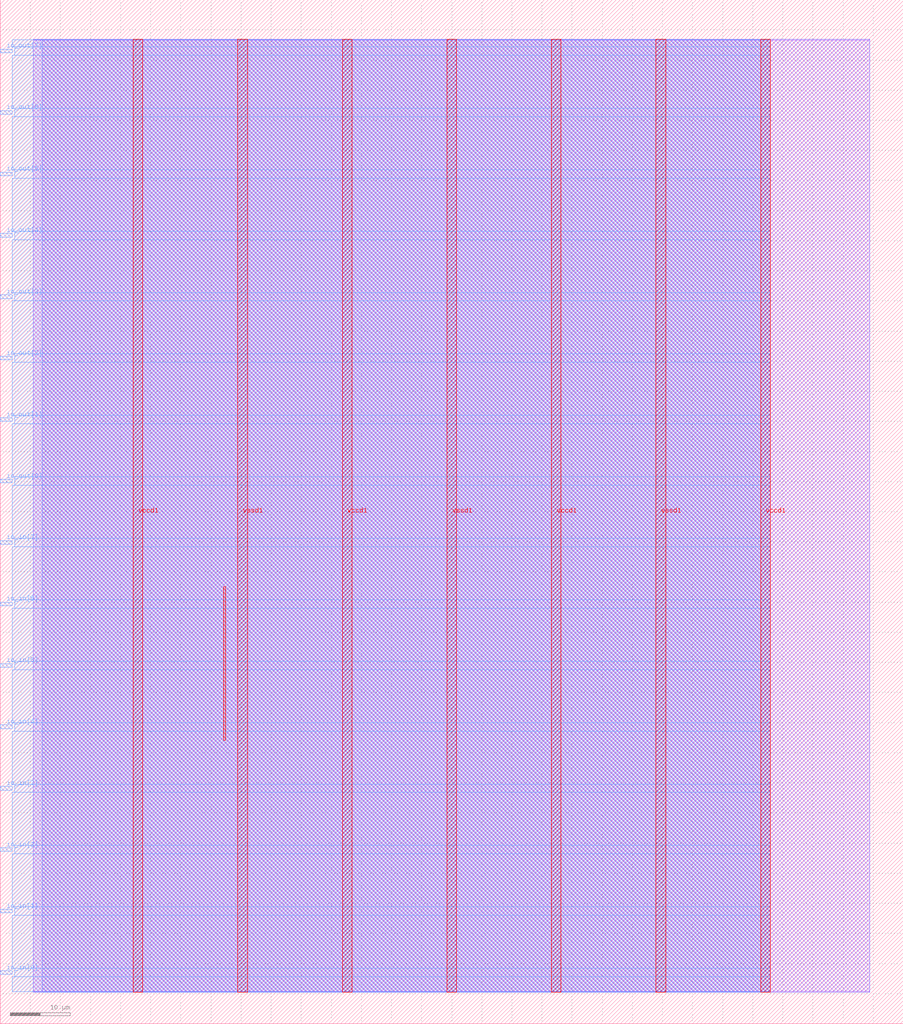
<source format=lef>
VERSION 5.7 ;
  NOWIREEXTENSIONATPIN ON ;
  DIVIDERCHAR "/" ;
  BUSBITCHARS "[]" ;
MACRO user_module_skylersaleh
  CLASS BLOCK ;
  FOREIGN user_module_skylersaleh ;
  ORIGIN 0.000 0.000 ;
  SIZE 150.000 BY 170.000 ;
  PIN io_in[0]
    DIRECTION INPUT ;
    USE SIGNAL ;
    PORT
      LAYER met3 ;
        RECT 0.000 8.200 2.000 8.800 ;
    END
  END io_in[0]
  PIN io_in[1]
    DIRECTION INPUT ;
    USE SIGNAL ;
    PORT
      LAYER met3 ;
        RECT 0.000 18.400 2.000 19.000 ;
    END
  END io_in[1]
  PIN io_in[2]
    DIRECTION INPUT ;
    USE SIGNAL ;
    PORT
      LAYER met3 ;
        RECT 0.000 28.600 2.000 29.200 ;
    END
  END io_in[2]
  PIN io_in[3]
    DIRECTION INPUT ;
    USE SIGNAL ;
    PORT
      LAYER met3 ;
        RECT 0.000 38.800 2.000 39.400 ;
    END
  END io_in[3]
  PIN io_in[4]
    DIRECTION INPUT ;
    USE SIGNAL ;
    PORT
      LAYER met3 ;
        RECT 0.000 49.000 2.000 49.600 ;
    END
  END io_in[4]
  PIN io_in[5]
    DIRECTION INPUT ;
    USE SIGNAL ;
    PORT
      LAYER met3 ;
        RECT 0.000 59.200 2.000 59.800 ;
    END
  END io_in[5]
  PIN io_in[6]
    DIRECTION INPUT ;
    USE SIGNAL ;
    PORT
      LAYER met3 ;
        RECT 0.000 69.400 2.000 70.000 ;
    END
  END io_in[6]
  PIN io_in[7]
    DIRECTION INPUT ;
    USE SIGNAL ;
    PORT
      LAYER met3 ;
        RECT 0.000 79.600 2.000 80.200 ;
    END
  END io_in[7]
  PIN io_out[0]
    DIRECTION OUTPUT TRISTATE ;
    USE SIGNAL ;
    PORT
      LAYER met3 ;
        RECT 0.000 89.800 2.000 90.400 ;
    END
  END io_out[0]
  PIN io_out[1]
    DIRECTION OUTPUT TRISTATE ;
    USE SIGNAL ;
    PORT
      LAYER met3 ;
        RECT 0.000 100.000 2.000 100.600 ;
    END
  END io_out[1]
  PIN io_out[2]
    DIRECTION OUTPUT TRISTATE ;
    USE SIGNAL ;
    PORT
      LAYER met3 ;
        RECT 0.000 110.200 2.000 110.800 ;
    END
  END io_out[2]
  PIN io_out[3]
    DIRECTION OUTPUT TRISTATE ;
    USE SIGNAL ;
    PORT
      LAYER met3 ;
        RECT 0.000 120.400 2.000 121.000 ;
    END
  END io_out[3]
  PIN io_out[4]
    DIRECTION OUTPUT TRISTATE ;
    USE SIGNAL ;
    PORT
      LAYER met3 ;
        RECT 0.000 130.600 2.000 131.200 ;
    END
  END io_out[4]
  PIN io_out[5]
    DIRECTION OUTPUT TRISTATE ;
    USE SIGNAL ;
    PORT
      LAYER met3 ;
        RECT 0.000 140.800 2.000 141.400 ;
    END
  END io_out[5]
  PIN io_out[6]
    DIRECTION OUTPUT TRISTATE ;
    USE SIGNAL ;
    PORT
      LAYER met3 ;
        RECT 0.000 151.000 2.000 151.600 ;
    END
  END io_out[6]
  PIN io_out[7]
    DIRECTION OUTPUT TRISTATE ;
    USE SIGNAL ;
    PORT
      LAYER met3 ;
        RECT 0.000 161.200 2.000 161.800 ;
    END
  END io_out[7]
  PIN vccd1
    DIRECTION INOUT ;
    USE POWER ;
    PORT
      LAYER met4 ;
        RECT 22.090 5.200 23.690 163.440 ;
    END
    PORT
      LAYER met4 ;
        RECT 56.830 5.200 58.430 163.440 ;
    END
    PORT
      LAYER met4 ;
        RECT 91.570 5.200 93.170 163.440 ;
    END
    PORT
      LAYER met4 ;
        RECT 126.310 5.200 127.910 163.440 ;
    END
  END vccd1
  PIN vssd1
    DIRECTION INOUT ;
    USE GROUND ;
    PORT
      LAYER met4 ;
        RECT 39.460 5.200 41.060 163.440 ;
    END
    PORT
      LAYER met4 ;
        RECT 74.200 5.200 75.800 163.440 ;
    END
    PORT
      LAYER met4 ;
        RECT 108.940 5.200 110.540 163.440 ;
    END
  END vssd1
  OBS
      LAYER li1 ;
        RECT 5.520 5.355 144.440 163.285 ;
      LAYER met1 ;
        RECT 5.520 5.200 144.440 163.440 ;
      LAYER met2 ;
        RECT 6.990 5.255 127.880 163.385 ;
      LAYER met3 ;
        RECT 2.000 162.200 127.900 163.365 ;
        RECT 2.400 160.800 127.900 162.200 ;
        RECT 2.000 152.000 127.900 160.800 ;
        RECT 2.400 150.600 127.900 152.000 ;
        RECT 2.000 141.800 127.900 150.600 ;
        RECT 2.400 140.400 127.900 141.800 ;
        RECT 2.000 131.600 127.900 140.400 ;
        RECT 2.400 130.200 127.900 131.600 ;
        RECT 2.000 121.400 127.900 130.200 ;
        RECT 2.400 120.000 127.900 121.400 ;
        RECT 2.000 111.200 127.900 120.000 ;
        RECT 2.400 109.800 127.900 111.200 ;
        RECT 2.000 101.000 127.900 109.800 ;
        RECT 2.400 99.600 127.900 101.000 ;
        RECT 2.000 90.800 127.900 99.600 ;
        RECT 2.400 89.400 127.900 90.800 ;
        RECT 2.000 80.600 127.900 89.400 ;
        RECT 2.400 79.200 127.900 80.600 ;
        RECT 2.000 70.400 127.900 79.200 ;
        RECT 2.400 69.000 127.900 70.400 ;
        RECT 2.000 60.200 127.900 69.000 ;
        RECT 2.400 58.800 127.900 60.200 ;
        RECT 2.000 50.000 127.900 58.800 ;
        RECT 2.400 48.600 127.900 50.000 ;
        RECT 2.000 39.800 127.900 48.600 ;
        RECT 2.400 38.400 127.900 39.800 ;
        RECT 2.000 29.600 127.900 38.400 ;
        RECT 2.400 28.200 127.900 29.600 ;
        RECT 2.000 19.400 127.900 28.200 ;
        RECT 2.400 18.000 127.900 19.400 ;
        RECT 2.000 9.200 127.900 18.000 ;
        RECT 2.400 7.800 127.900 9.200 ;
        RECT 2.000 5.275 127.900 7.800 ;
      LAYER met4 ;
        RECT 37.095 47.095 37.425 72.585 ;
  END
END user_module_skylersaleh
END LIBRARY


</source>
